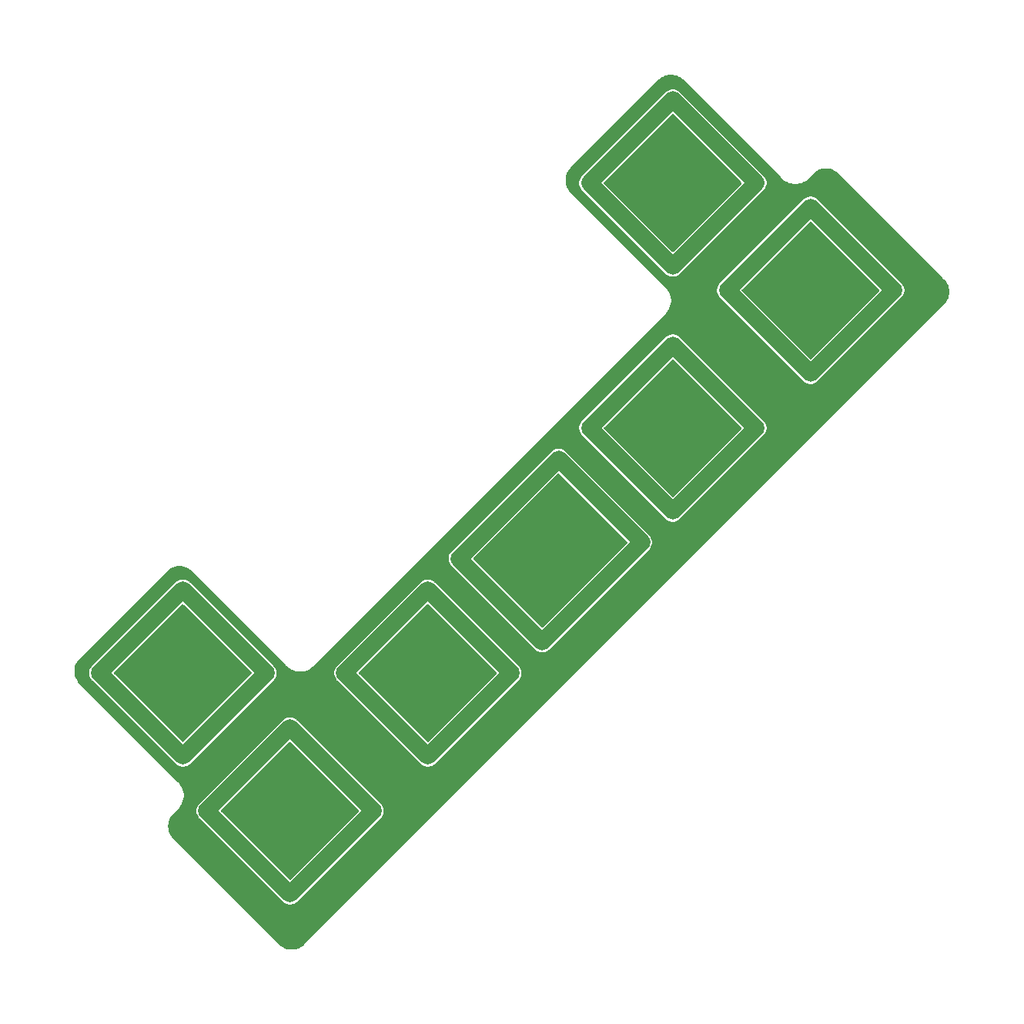
<source format=gtl>
G04 #@! TF.GenerationSoftware,KiCad,Pcbnew,8.0.5*
G04 #@! TF.CreationDate,2024-09-29T21:28:28+09:00*
G04 #@! TF.ProjectId,SandyLP_Plate_Base_Center,53616e64-794c-4505-9f50-6c6174655f42,v.0*
G04 #@! TF.SameCoordinates,Original*
G04 #@! TF.FileFunction,Copper,L1,Top*
G04 #@! TF.FilePolarity,Positive*
%FSLAX46Y46*%
G04 Gerber Fmt 4.6, Leading zero omitted, Abs format (unit mm)*
G04 Created by KiCad (PCBNEW 8.0.5) date 2024-09-29 21:28:28*
%MOMM*%
%LPD*%
G01*
G04 APERTURE LIST*
G04 Aperture macros list*
%AMRoundRect*
0 Rectangle with rounded corners*
0 $1 Rounding radius*
0 $2 $3 $4 $5 $6 $7 $8 $9 X,Y pos of 4 corners*
0 Add a 4 corners polygon primitive as box body*
4,1,4,$2,$3,$4,$5,$6,$7,$8,$9,$2,$3,0*
0 Add four circle primitives for the rounded corners*
1,1,$1+$1,$2,$3*
1,1,$1+$1,$4,$5*
1,1,$1+$1,$6,$7*
1,1,$1+$1,$8,$9*
0 Add four rect primitives between the rounded corners*
20,1,$1+$1,$2,$3,$4,$5,0*
20,1,$1+$1,$4,$5,$6,$7,0*
20,1,$1+$1,$6,$7,$8,$9,0*
20,1,$1+$1,$8,$9,$2,$3,0*%
G04 Aperture macros list end*
G04 #@! TA.AperFunction,WasherPad*
%ADD10RoundRect,0.900000X4.596201X-4.596187X-4.596187X4.596201X-4.596201X4.596187X4.596187X-4.596201X0*%
G04 #@! TD*
G04 #@! TA.AperFunction,WasherPad*
%ADD11RoundRect,0.900000X-4.596187X-4.596201X4.596201X4.596187X4.596187X4.596201X-4.596201X-4.596187X0*%
G04 #@! TD*
G04 #@! TA.AperFunction,WasherPad*
%ADD12RoundRect,0.900000X5.480070X5.480085X-5.480085X-5.480070X-5.480070X-5.480085X5.480085X5.480070X0*%
G04 #@! TD*
G04 APERTURE END LIST*
D10*
X191690292Y-76055295D03*
D11*
X191690292Y-66862907D03*
X200882680Y-76055295D03*
D10*
X200882680Y-66862907D03*
D12*
X172258113Y-104679861D03*
D10*
X162181841Y-105563745D03*
X173141997Y-94603589D03*
D12*
X163065725Y-95487473D03*
D10*
X122654573Y-118150246D03*
D11*
X122654573Y-108957858D03*
X131846961Y-118150246D03*
D10*
X131846961Y-108957858D03*
X134441159Y-133304428D03*
D11*
X134441159Y-124112040D03*
X143633547Y-133304428D03*
D10*
X143633547Y-124112040D03*
X149595341Y-118150246D03*
D11*
X149595341Y-108957858D03*
X158787729Y-118150246D03*
D10*
X158787729Y-108957858D03*
X176536110Y-91209477D03*
D11*
X176536110Y-82017089D03*
X185728498Y-91209477D03*
D10*
X185728498Y-82017089D03*
X176536110Y-64268709D03*
D11*
X176536110Y-55076321D03*
X185728498Y-64268709D03*
D10*
X185728498Y-55076321D03*
G04 #@! TA.AperFunction,NonConductor*
G36*
X181168139Y-47755136D02*
G01*
X181180964Y-47756824D01*
X181415148Y-47803404D01*
X181427641Y-47806751D01*
X181653749Y-47883499D01*
X181665700Y-47888450D01*
X181879839Y-47994046D01*
X181891053Y-48000520D01*
X181910343Y-48013408D01*
X182089584Y-48133165D01*
X182099845Y-48141039D01*
X182182259Y-48213308D01*
X182281789Y-48300587D01*
X182286520Y-48305017D01*
X193109591Y-59128089D01*
X193109604Y-59128105D01*
X193181852Y-59200348D01*
X193181866Y-59200358D01*
X193231287Y-59249774D01*
X193447139Y-59415388D01*
X193447141Y-59415389D01*
X193682756Y-59551410D01*
X193682758Y-59551411D01*
X193682760Y-59551412D01*
X193934120Y-59655521D01*
X194196917Y-59725932D01*
X194466656Y-59761441D01*
X194466658Y-59761441D01*
X194738720Y-59761441D01*
X194738722Y-59761441D01*
X195008461Y-59725932D01*
X195271258Y-59655521D01*
X195522618Y-59551412D01*
X195758239Y-59415388D01*
X195974091Y-59249774D01*
X196041289Y-59182582D01*
X196041296Y-59182578D01*
X196050151Y-59173723D01*
X196050157Y-59173719D01*
X196053905Y-59169971D01*
X196070287Y-59153590D01*
X196087634Y-59136244D01*
X196087634Y-59136243D01*
X196101550Y-59122328D01*
X196101556Y-59122318D01*
X196607183Y-58616690D01*
X196611883Y-58612289D01*
X196793852Y-58452721D01*
X196804116Y-58444846D01*
X197002651Y-58312199D01*
X197013852Y-58305732D01*
X197228003Y-58200131D01*
X197239944Y-58195184D01*
X197466061Y-58118432D01*
X197478546Y-58115088D01*
X197712735Y-58068507D01*
X197725557Y-58066820D01*
X197963816Y-58051205D01*
X197976754Y-58051205D01*
X198215010Y-58066820D01*
X198227836Y-58068508D01*
X198462019Y-58115087D01*
X198474512Y-58118434D01*
X198700620Y-58195182D01*
X198712571Y-58200133D01*
X198926710Y-58305729D01*
X198937924Y-58312203D01*
X199136448Y-58444843D01*
X199146721Y-58452725D01*
X199328678Y-58612283D01*
X199333409Y-58616714D01*
X200344285Y-59627570D01*
X210889263Y-70172342D01*
X210965527Y-70248604D01*
X210965538Y-70248617D01*
X210986234Y-70269311D01*
X210990662Y-70274038D01*
X211150233Y-70455972D01*
X211158118Y-70466246D01*
X211223709Y-70564398D01*
X211260248Y-70619078D01*
X211290779Y-70664765D01*
X211297255Y-70675981D01*
X211402864Y-70890117D01*
X211407820Y-70902082D01*
X211484572Y-71128168D01*
X211487924Y-71140678D01*
X211534506Y-71374844D01*
X211536197Y-71387684D01*
X211551812Y-71625936D01*
X211551812Y-71638887D01*
X211536193Y-71877140D01*
X211534502Y-71889981D01*
X211487917Y-72124146D01*
X211484565Y-72136655D01*
X211407808Y-72362747D01*
X211402851Y-72374712D01*
X211297241Y-72588840D01*
X211290765Y-72600056D01*
X211158102Y-72798573D01*
X211150217Y-72808847D01*
X210990355Y-72991107D01*
X210985927Y-72995834D01*
X210963037Y-73018720D01*
X210963021Y-73018740D01*
X140573969Y-143407792D01*
X140569237Y-143412223D01*
X140387281Y-143571779D01*
X140377007Y-143579662D01*
X140178482Y-143712301D01*
X140167268Y-143718775D01*
X139953128Y-143824369D01*
X139941165Y-143829324D01*
X139715078Y-143906065D01*
X139702569Y-143909416D01*
X139468401Y-143955991D01*
X139455563Y-143957681D01*
X139217317Y-143973295D01*
X139204369Y-143973295D01*
X138966125Y-143957681D01*
X138953286Y-143955991D01*
X138719115Y-143909414D01*
X138706608Y-143906063D01*
X138480522Y-143829323D01*
X138468558Y-143824368D01*
X138254418Y-143718774D01*
X138243204Y-143712300D01*
X138094657Y-143613053D01*
X138044678Y-143579660D01*
X138034406Y-143571779D01*
X137983892Y-143527484D01*
X137852442Y-143412216D01*
X137847710Y-143407785D01*
X126224040Y-131784115D01*
X126224037Y-131784110D01*
X126195057Y-131755131D01*
X126190629Y-131750404D01*
X126031057Y-131568461D01*
X126023173Y-131558187D01*
X125890515Y-131359665D01*
X125884040Y-131348450D01*
X125866047Y-131311967D01*
X125778434Y-131134316D01*
X125773478Y-131122352D01*
X125696724Y-130896260D01*
X125693372Y-130883751D01*
X125646787Y-130649569D01*
X125645099Y-130636756D01*
X125629480Y-130398482D01*
X125629480Y-130385544D01*
X125645096Y-130147279D01*
X125646783Y-130134459D01*
X125693367Y-129900267D01*
X125696718Y-129887763D01*
X125752505Y-129723424D01*
X125773469Y-129661666D01*
X125778418Y-129649718D01*
X125884031Y-129435562D01*
X125890496Y-129424365D01*
X126023170Y-129225814D01*
X126031025Y-129215577D01*
X126190340Y-129033922D01*
X126194738Y-129029227D01*
X126210118Y-129013849D01*
X126210118Y-129013848D01*
X126224036Y-128999931D01*
X126224040Y-128999925D01*
X126621122Y-128602843D01*
X128741265Y-128602843D01*
X128741265Y-128813625D01*
X128762615Y-128924398D01*
X128781156Y-129020597D01*
X128781158Y-129020601D01*
X128859491Y-129216270D01*
X128859499Y-129216285D01*
X128872451Y-129236438D01*
X128973452Y-129393599D01*
X129004943Y-129429080D01*
X138197331Y-138621468D01*
X138197330Y-138621468D01*
X138316499Y-138740636D01*
X138316507Y-138740644D01*
X138351988Y-138772135D01*
X138446618Y-138832950D01*
X138529301Y-138886087D01*
X138529316Y-138886095D01*
X138641126Y-138930856D01*
X138724991Y-138964431D01*
X138931962Y-139004322D01*
X138931965Y-139004322D01*
X139142741Y-139004322D01*
X139142744Y-139004322D01*
X139349715Y-138964431D01*
X139489722Y-138908380D01*
X139545389Y-138886095D01*
X139545391Y-138886093D01*
X139545398Y-138886091D01*
X139722718Y-138772135D01*
X139758199Y-138740644D01*
X149069763Y-129429080D01*
X149101254Y-129393599D01*
X149215210Y-129216279D01*
X149215497Y-129215564D01*
X149237499Y-129160603D01*
X149293550Y-129020596D01*
X149333441Y-128813625D01*
X149333441Y-128602843D01*
X149293550Y-128395872D01*
X149259975Y-128312007D01*
X149215214Y-128200197D01*
X149215206Y-128200182D01*
X149162069Y-128117499D01*
X149101254Y-128022869D01*
X149069763Y-127987388D01*
X149026709Y-127944334D01*
X148950587Y-127868211D01*
X148950587Y-127868212D01*
X139758199Y-118675824D01*
X139722718Y-118644333D01*
X139687343Y-118621599D01*
X139545404Y-118530380D01*
X139545389Y-118530372D01*
X139349720Y-118452039D01*
X139349716Y-118452037D01*
X139297972Y-118442064D01*
X139142744Y-118412146D01*
X138931962Y-118412146D01*
X138807779Y-118436080D01*
X138724989Y-118452037D01*
X138724985Y-118452039D01*
X138529316Y-118530372D01*
X138529301Y-118530380D01*
X138351992Y-118644330D01*
X138351990Y-118644331D01*
X138351988Y-118644333D01*
X138322529Y-118670478D01*
X138316508Y-118675823D01*
X129124119Y-127868212D01*
X129124118Y-127868211D01*
X129004950Y-127987380D01*
X129004943Y-127987388D01*
X128973452Y-128022869D01*
X128973450Y-128022871D01*
X128973449Y-128022873D01*
X128859499Y-128200182D01*
X128859491Y-128200197D01*
X128781158Y-128395866D01*
X128781156Y-128395870D01*
X128781156Y-128395872D01*
X128741265Y-128602843D01*
X126621122Y-128602843D01*
X126700674Y-128523291D01*
X126700680Y-128523287D01*
X126731939Y-128492027D01*
X126731938Y-128492027D01*
X126731944Y-128492022D01*
X126742561Y-128481405D01*
X126742562Y-128481401D01*
X126749509Y-128474455D01*
X126749729Y-128474183D01*
X126828105Y-128395805D01*
X126993720Y-128179956D01*
X127129746Y-127944338D01*
X127233857Y-127692982D01*
X127304270Y-127430187D01*
X127339782Y-127160450D01*
X127339784Y-126888386D01*
X127304277Y-126618648D01*
X127233868Y-126355852D01*
X127129762Y-126104494D01*
X126993740Y-125868874D01*
X126993736Y-125868869D01*
X126993734Y-125868865D01*
X126828132Y-125653025D01*
X126828127Y-125653019D01*
X126750712Y-125575598D01*
X126750702Y-125575585D01*
X126731945Y-125556827D01*
X126731945Y-125556828D01*
X126714599Y-125539481D01*
X126714597Y-125539480D01*
X115883381Y-114708265D01*
X115878954Y-114703537D01*
X115719383Y-114521581D01*
X115711512Y-114511324D01*
X115578851Y-114312784D01*
X115572387Y-114301589D01*
X115466777Y-114087434D01*
X115461828Y-114075487D01*
X115385077Y-113849385D01*
X115381730Y-113836896D01*
X115335146Y-113602703D01*
X115333457Y-113589869D01*
X115331109Y-113554052D01*
X115324202Y-113448661D01*
X116954679Y-113448661D01*
X116954679Y-113659443D01*
X116972312Y-113750928D01*
X116994570Y-113866415D01*
X116994572Y-113866419D01*
X117072905Y-114062088D01*
X117072913Y-114062103D01*
X117164132Y-114204042D01*
X117186866Y-114239417D01*
X117218357Y-114274898D01*
X126410745Y-123467286D01*
X126410744Y-123467286D01*
X126529913Y-123586454D01*
X126529921Y-123586462D01*
X126565402Y-123617953D01*
X126660032Y-123678768D01*
X126742715Y-123731905D01*
X126742730Y-123731913D01*
X126854540Y-123776674D01*
X126938405Y-123810249D01*
X127145376Y-123850140D01*
X127145379Y-123850140D01*
X127356155Y-123850140D01*
X127356158Y-123850140D01*
X127563129Y-123810249D01*
X127703136Y-123754198D01*
X127758803Y-123731913D01*
X127758805Y-123731911D01*
X127758812Y-123731909D01*
X127936132Y-123617953D01*
X127971613Y-123586462D01*
X137283177Y-114274898D01*
X137314668Y-114239417D01*
X137428624Y-114062097D01*
X137506964Y-113866414D01*
X137546855Y-113659443D01*
X137546855Y-113448661D01*
X143895447Y-113448661D01*
X143895447Y-113659443D01*
X143913080Y-113750928D01*
X143935338Y-113866415D01*
X143935340Y-113866419D01*
X144013673Y-114062088D01*
X144013681Y-114062103D01*
X144104900Y-114204042D01*
X144127634Y-114239417D01*
X144159125Y-114274898D01*
X153351513Y-123467286D01*
X153351512Y-123467286D01*
X153470681Y-123586454D01*
X153470689Y-123586462D01*
X153506170Y-123617953D01*
X153600800Y-123678768D01*
X153683483Y-123731905D01*
X153683498Y-123731913D01*
X153795308Y-123776674D01*
X153879173Y-123810249D01*
X154086144Y-123850140D01*
X154086147Y-123850140D01*
X154296923Y-123850140D01*
X154296926Y-123850140D01*
X154503897Y-123810249D01*
X154643904Y-123754198D01*
X154699571Y-123731913D01*
X154699573Y-123731911D01*
X154699580Y-123731909D01*
X154876900Y-123617953D01*
X154912381Y-123586462D01*
X164223945Y-114274898D01*
X164255436Y-114239417D01*
X164369392Y-114062097D01*
X164447732Y-113866414D01*
X164487623Y-113659443D01*
X164487623Y-113448661D01*
X164447732Y-113241690D01*
X164414157Y-113157825D01*
X164369396Y-113046015D01*
X164369388Y-113046000D01*
X164300861Y-112939370D01*
X164255436Y-112868687D01*
X164223945Y-112833206D01*
X164169538Y-112778799D01*
X164104769Y-112714029D01*
X164104769Y-112714030D01*
X154912381Y-103521642D01*
X154876900Y-103490151D01*
X154841525Y-103467417D01*
X154699586Y-103376198D01*
X154699571Y-103376190D01*
X154503902Y-103297857D01*
X154503898Y-103297855D01*
X154452154Y-103287882D01*
X154296926Y-103257964D01*
X154086144Y-103257964D01*
X153961961Y-103281898D01*
X153879171Y-103297855D01*
X153879167Y-103297857D01*
X153683498Y-103376190D01*
X153683483Y-103376198D01*
X153506174Y-103490148D01*
X153506172Y-103490149D01*
X153506170Y-103490151D01*
X153476711Y-103516296D01*
X153470690Y-103521641D01*
X144278301Y-112714030D01*
X144278300Y-112714029D01*
X144159132Y-112833198D01*
X144159125Y-112833206D01*
X144127634Y-112868687D01*
X144127632Y-112868689D01*
X144127631Y-112868691D01*
X144013681Y-113046000D01*
X144013673Y-113046015D01*
X143935340Y-113241684D01*
X143935338Y-113241688D01*
X143935338Y-113241690D01*
X143895447Y-113448661D01*
X137546855Y-113448661D01*
X137506964Y-113241690D01*
X137473389Y-113157825D01*
X137428628Y-113046015D01*
X137428620Y-113046000D01*
X137360093Y-112939370D01*
X137314668Y-112868687D01*
X137283177Y-112833206D01*
X137228770Y-112778799D01*
X137164001Y-112714029D01*
X137164001Y-112714030D01*
X127971613Y-103521642D01*
X127936132Y-103490151D01*
X127900757Y-103467417D01*
X127758818Y-103376198D01*
X127758803Y-103376190D01*
X127563134Y-103297857D01*
X127563130Y-103297855D01*
X127511386Y-103287882D01*
X127356158Y-103257964D01*
X127145376Y-103257964D01*
X127021193Y-103281898D01*
X126938403Y-103297855D01*
X126938399Y-103297857D01*
X126742730Y-103376190D01*
X126742715Y-103376198D01*
X126565406Y-103490148D01*
X126565404Y-103490149D01*
X126565402Y-103490151D01*
X126535943Y-103516296D01*
X126529922Y-103521641D01*
X117337533Y-112714030D01*
X117337532Y-112714029D01*
X117218364Y-112833198D01*
X117218357Y-112833206D01*
X117186866Y-112868687D01*
X117186864Y-112868689D01*
X117186863Y-112868691D01*
X117072913Y-113046000D01*
X117072905Y-113046015D01*
X116994572Y-113241684D01*
X116994570Y-113241688D01*
X116994570Y-113241690D01*
X116954679Y-113448661D01*
X115324202Y-113448661D01*
X115317842Y-113351618D01*
X115317842Y-113338674D01*
X115333458Y-113100422D01*
X115335148Y-113087590D01*
X115343418Y-113046015D01*
X115381730Y-112853406D01*
X115385077Y-112840914D01*
X115461832Y-112614802D01*
X115466777Y-112602867D01*
X115572392Y-112388701D01*
X115578848Y-112377519D01*
X115711518Y-112178965D01*
X115719372Y-112168730D01*
X115878993Y-111986718D01*
X115883387Y-111982026D01*
X125485203Y-102380211D01*
X125485209Y-102380207D01*
X125514181Y-102351234D01*
X125518898Y-102346815D01*
X125700858Y-102187230D01*
X125711120Y-102179355D01*
X125909665Y-102046684D01*
X125920845Y-102040228D01*
X126135010Y-101934608D01*
X126146950Y-101929662D01*
X126373052Y-101852906D01*
X126385561Y-101849555D01*
X126619742Y-101802971D01*
X126632571Y-101801282D01*
X126870829Y-101785666D01*
X126883767Y-101785666D01*
X127122020Y-101801282D01*
X127134854Y-101802971D01*
X127369035Y-101849555D01*
X127381543Y-101852906D01*
X127607635Y-101929658D01*
X127619592Y-101934611D01*
X127833740Y-102040223D01*
X127844940Y-102046689D01*
X128043465Y-102179347D01*
X128053737Y-102187229D01*
X128104274Y-102231552D01*
X128235682Y-102346802D01*
X128240409Y-102351230D01*
X128269378Y-102380200D01*
X128269392Y-102380212D01*
X138650631Y-112761451D01*
X138650632Y-112761453D01*
X138667979Y-112778799D01*
X138678597Y-112789417D01*
X138678598Y-112789418D01*
X138678597Y-112789418D01*
X138764168Y-112874983D01*
X138764172Y-112874987D01*
X138980023Y-113040610D01*
X139124212Y-113123854D01*
X139215642Y-113176640D01*
X139294044Y-113209114D01*
X139466989Y-113280749D01*
X139466994Y-113280750D01*
X139467003Y-113280754D01*
X139729802Y-113351169D01*
X139999543Y-113386680D01*
X139999544Y-113386680D01*
X140271612Y-113386680D01*
X140271613Y-113386680D01*
X140541354Y-113351169D01*
X140804153Y-113280754D01*
X140804163Y-113280749D01*
X140804166Y-113280749D01*
X140873984Y-113251829D01*
X141055514Y-113176640D01*
X141291134Y-113040609D01*
X141506984Y-112874987D01*
X141578634Y-112803339D01*
X141578638Y-112803337D01*
X141603177Y-112778800D01*
X141634442Y-112747535D01*
X141634446Y-112747528D01*
X153519814Y-100862160D01*
X156481947Y-100862160D01*
X156481947Y-101072942D01*
X156511865Y-101228170D01*
X156521838Y-101279914D01*
X156521840Y-101279918D01*
X156600173Y-101475587D01*
X156600181Y-101475602D01*
X156691400Y-101617541D01*
X156714134Y-101652916D01*
X156745625Y-101688397D01*
X166057189Y-110999961D01*
X166092670Y-111031452D01*
X166187300Y-111092267D01*
X166269983Y-111145404D01*
X166269998Y-111145412D01*
X166381808Y-111190173D01*
X166465673Y-111223748D01*
X166672644Y-111263639D01*
X166672647Y-111263639D01*
X166883423Y-111263639D01*
X166883426Y-111263639D01*
X167090397Y-111223748D01*
X167230404Y-111167697D01*
X167286071Y-111145412D01*
X167286073Y-111145410D01*
X167286080Y-111145408D01*
X167463400Y-111031452D01*
X167498881Y-110999961D01*
X167618057Y-110880785D01*
X167618057Y-110880784D01*
X167620206Y-110878636D01*
X167620234Y-110878605D01*
X178456857Y-100041982D01*
X178456888Y-100041954D01*
X178459037Y-100039805D01*
X178578213Y-99920629D01*
X178609704Y-99885148D01*
X178723660Y-99707828D01*
X178802000Y-99512145D01*
X178841891Y-99305174D01*
X178841891Y-99094392D01*
X178802000Y-98887421D01*
X178768425Y-98803556D01*
X178723664Y-98691746D01*
X178723656Y-98691731D01*
X178670519Y-98609048D01*
X178609704Y-98514418D01*
X178578213Y-98478937D01*
X169266649Y-89167373D01*
X169231168Y-89135882D01*
X169195793Y-89113148D01*
X169053854Y-89021929D01*
X169053839Y-89021921D01*
X168858170Y-88943588D01*
X168858166Y-88943586D01*
X168806422Y-88933613D01*
X168651194Y-88903695D01*
X168440412Y-88903695D01*
X168316229Y-88927629D01*
X168233439Y-88943586D01*
X168233435Y-88943588D01*
X168037766Y-89021921D01*
X168037751Y-89021929D01*
X167860442Y-89135879D01*
X167860440Y-89135880D01*
X167860438Y-89135882D01*
X167830424Y-89162520D01*
X167824949Y-89167380D01*
X167705780Y-89286548D01*
X167705781Y-89286549D01*
X167705773Y-89286557D01*
X156864809Y-100127521D01*
X156864801Y-100127529D01*
X156864800Y-100127528D01*
X156745632Y-100246697D01*
X156745625Y-100246705D01*
X156714134Y-100282186D01*
X156714132Y-100282188D01*
X156714131Y-100282190D01*
X156600181Y-100459499D01*
X156600173Y-100459514D01*
X156521840Y-100655183D01*
X156521838Y-100655187D01*
X156521838Y-100655189D01*
X156481947Y-100862160D01*
X153519814Y-100862160D01*
X167874081Y-86507892D01*
X170836216Y-86507892D01*
X170836216Y-86718674D01*
X170866134Y-86873902D01*
X170876107Y-86925646D01*
X170876109Y-86925650D01*
X170954442Y-87121319D01*
X170954450Y-87121334D01*
X171045669Y-87263273D01*
X171068403Y-87298648D01*
X171099894Y-87334129D01*
X180292282Y-96526517D01*
X180292281Y-96526517D01*
X180411450Y-96645685D01*
X180411458Y-96645693D01*
X180446939Y-96677184D01*
X180541569Y-96737999D01*
X180624252Y-96791136D01*
X180624267Y-96791144D01*
X180736077Y-96835905D01*
X180819942Y-96869480D01*
X181026913Y-96909371D01*
X181026916Y-96909371D01*
X181237692Y-96909371D01*
X181237695Y-96909371D01*
X181444666Y-96869480D01*
X181584673Y-96813429D01*
X181640340Y-96791144D01*
X181640342Y-96791142D01*
X181640349Y-96791140D01*
X181817669Y-96677184D01*
X181853150Y-96645693D01*
X191164714Y-87334129D01*
X191196205Y-87298648D01*
X191310161Y-87121328D01*
X191388501Y-86925645D01*
X191428392Y-86718674D01*
X191428392Y-86507892D01*
X191388501Y-86300921D01*
X191354926Y-86217056D01*
X191310165Y-86105246D01*
X191310157Y-86105231D01*
X191257020Y-86022548D01*
X191196205Y-85927918D01*
X191164714Y-85892437D01*
X191164706Y-85892429D01*
X191045538Y-85773260D01*
X191045538Y-85773261D01*
X181853150Y-76580873D01*
X181817669Y-76549382D01*
X181782294Y-76526648D01*
X181640355Y-76435429D01*
X181640340Y-76435421D01*
X181444671Y-76357088D01*
X181444667Y-76357086D01*
X181392923Y-76347113D01*
X181237695Y-76317195D01*
X181026913Y-76317195D01*
X180902730Y-76341129D01*
X180819940Y-76357086D01*
X180819936Y-76357088D01*
X180624267Y-76435421D01*
X180624252Y-76435429D01*
X180446943Y-76549379D01*
X180446941Y-76549380D01*
X180446939Y-76549382D01*
X180417480Y-76575527D01*
X180411459Y-76580872D01*
X171219070Y-85773261D01*
X171219069Y-85773260D01*
X171099901Y-85892429D01*
X171099894Y-85892437D01*
X171068403Y-85927918D01*
X171068401Y-85927920D01*
X171068400Y-85927922D01*
X170954450Y-86105231D01*
X170954442Y-86105246D01*
X170876109Y-86300915D01*
X170876107Y-86300919D01*
X170876107Y-86300921D01*
X170836216Y-86507892D01*
X167874081Y-86507892D01*
X180274912Y-74107061D01*
X180274989Y-74107022D01*
X180321712Y-74060299D01*
X180321712Y-74060300D01*
X180417904Y-73964107D01*
X180583530Y-73748256D01*
X180719565Y-73512634D01*
X180823681Y-73261271D01*
X180894098Y-72998468D01*
X180929609Y-72728723D01*
X180929607Y-72456650D01*
X180894092Y-72186905D01*
X180823673Y-71924104D01*
X180719553Y-71672742D01*
X180583515Y-71437121D01*
X180519510Y-71353710D01*
X185990398Y-71353710D01*
X185990398Y-71564492D01*
X186003489Y-71632413D01*
X186030289Y-71771464D01*
X186030291Y-71771468D01*
X186108624Y-71967137D01*
X186108632Y-71967152D01*
X186190530Y-72094587D01*
X186222585Y-72144466D01*
X186254076Y-72179947D01*
X195446464Y-81372335D01*
X195446463Y-81372335D01*
X195565632Y-81491503D01*
X195565640Y-81491511D01*
X195601121Y-81523002D01*
X195695751Y-81583817D01*
X195778434Y-81636954D01*
X195778449Y-81636962D01*
X195890259Y-81681723D01*
X195974124Y-81715298D01*
X196181095Y-81755189D01*
X196181098Y-81755189D01*
X196391874Y-81755189D01*
X196391877Y-81755189D01*
X196598848Y-81715298D01*
X196738855Y-81659247D01*
X196794522Y-81636962D01*
X196794524Y-81636960D01*
X196794531Y-81636958D01*
X196971851Y-81523002D01*
X197007332Y-81491511D01*
X206318896Y-72179947D01*
X206350387Y-72144466D01*
X206464343Y-71967146D01*
X206481575Y-71924104D01*
X206500376Y-71877140D01*
X206542683Y-71771463D01*
X206582574Y-71564492D01*
X206582574Y-71353710D01*
X206542683Y-71146739D01*
X206509108Y-71062874D01*
X206464347Y-70951064D01*
X206464339Y-70951049D01*
X206411202Y-70868366D01*
X206350387Y-70773736D01*
X206318896Y-70738255D01*
X206293105Y-70712464D01*
X206199720Y-70619078D01*
X206199720Y-70619079D01*
X197007332Y-61426691D01*
X196971851Y-61395200D01*
X196936476Y-61372466D01*
X196794537Y-61281247D01*
X196794522Y-61281239D01*
X196598853Y-61202906D01*
X196598849Y-61202904D01*
X196547105Y-61192931D01*
X196391877Y-61163013D01*
X196181095Y-61163013D01*
X196056912Y-61186947D01*
X195974122Y-61202904D01*
X195974118Y-61202906D01*
X195778449Y-61281239D01*
X195778434Y-61281247D01*
X195601125Y-61395197D01*
X195601123Y-61395198D01*
X195601121Y-61395200D01*
X195571662Y-61421345D01*
X195565641Y-61426690D01*
X186373252Y-70619079D01*
X186373251Y-70619078D01*
X186254083Y-70738247D01*
X186254076Y-70738255D01*
X186222585Y-70773736D01*
X186222583Y-70773738D01*
X186222582Y-70773740D01*
X186108632Y-70951049D01*
X186108624Y-70951064D01*
X186030291Y-71146733D01*
X186030289Y-71146737D01*
X186014891Y-71226629D01*
X185990398Y-71353710D01*
X180519510Y-71353710D01*
X180417886Y-71221273D01*
X180321693Y-71125081D01*
X180318947Y-71122335D01*
X169894148Y-60697536D01*
X169889717Y-60692804D01*
X169730149Y-60510837D01*
X169722267Y-60500564D01*
X169589629Y-60302043D01*
X169583155Y-60290828D01*
X169477560Y-60076689D01*
X169472606Y-60064732D01*
X169395859Y-59838628D01*
X169392512Y-59826135D01*
X169345933Y-59591952D01*
X169344245Y-59579126D01*
X169343458Y-59567124D01*
X170836216Y-59567124D01*
X170836216Y-59777906D01*
X170847921Y-59838635D01*
X170876107Y-59984878D01*
X170876109Y-59984882D01*
X170954442Y-60180551D01*
X170954450Y-60180566D01*
X171032519Y-60302043D01*
X171068403Y-60357880D01*
X171099894Y-60393361D01*
X180292282Y-69585749D01*
X180292281Y-69585749D01*
X180411450Y-69704917D01*
X180411458Y-69704925D01*
X180446939Y-69736416D01*
X180541569Y-69797231D01*
X180624252Y-69850368D01*
X180624267Y-69850376D01*
X180736077Y-69895137D01*
X180819942Y-69928712D01*
X181026913Y-69968603D01*
X181026916Y-69968603D01*
X181237692Y-69968603D01*
X181237695Y-69968603D01*
X181444666Y-69928712D01*
X181584673Y-69872661D01*
X181640340Y-69850376D01*
X181640342Y-69850374D01*
X181640349Y-69850372D01*
X181817669Y-69736416D01*
X181853150Y-69704925D01*
X191164714Y-60393361D01*
X191196205Y-60357880D01*
X191310161Y-60180560D01*
X191388501Y-59984877D01*
X191428392Y-59777906D01*
X191428392Y-59567124D01*
X191388501Y-59360153D01*
X191344311Y-59249771D01*
X191310165Y-59164478D01*
X191310157Y-59164463D01*
X191230836Y-59041037D01*
X191196205Y-58987150D01*
X191164714Y-58951669D01*
X191141673Y-58928628D01*
X191045538Y-58832492D01*
X191045538Y-58832493D01*
X181853150Y-49640105D01*
X181817669Y-49608614D01*
X181782294Y-49585880D01*
X181640355Y-49494661D01*
X181640340Y-49494653D01*
X181444671Y-49416320D01*
X181444667Y-49416318D01*
X181392923Y-49406345D01*
X181237695Y-49376427D01*
X181026913Y-49376427D01*
X180902730Y-49400361D01*
X180819940Y-49416318D01*
X180819936Y-49416320D01*
X180624267Y-49494653D01*
X180624252Y-49494661D01*
X180446943Y-49608611D01*
X180446941Y-49608612D01*
X180446939Y-49608614D01*
X180417480Y-49634759D01*
X180411459Y-49640104D01*
X171219070Y-58832493D01*
X171219069Y-58832492D01*
X171099901Y-58951661D01*
X171099894Y-58951669D01*
X171068403Y-58987150D01*
X171068401Y-58987152D01*
X171068400Y-58987154D01*
X170954450Y-59164463D01*
X170954442Y-59164478D01*
X170876109Y-59360147D01*
X170876107Y-59360151D01*
X170876107Y-59360153D01*
X170836216Y-59567124D01*
X169343458Y-59567124D01*
X169328630Y-59340870D01*
X169328630Y-59327927D01*
X169333752Y-59249774D01*
X169344245Y-59089673D01*
X169345932Y-59076851D01*
X169392512Y-58842665D01*
X169395862Y-58830164D01*
X169451642Y-58665830D01*
X169472606Y-58604066D01*
X169477558Y-58592114D01*
X169583154Y-58377973D01*
X169589624Y-58366764D01*
X169722269Y-58168232D01*
X169730148Y-58157964D01*
X169764810Y-58118436D01*
X169889697Y-57976015D01*
X169894100Y-57971314D01*
X179560298Y-48305025D01*
X179564998Y-48300623D01*
X179746989Y-48141033D01*
X179757235Y-48133171D01*
X179955779Y-48000517D01*
X179966980Y-47994050D01*
X180181131Y-47888449D01*
X180193072Y-47883502D01*
X180419189Y-47806749D01*
X180431674Y-47803405D01*
X180665864Y-47756823D01*
X180678685Y-47755136D01*
X180916945Y-47739521D01*
X180929883Y-47739521D01*
X181168139Y-47755136D01*
G37*
G04 #@! TD.AperFunction*
G04 #@! TA.AperFunction,NonConductor*
G36*
X181177249Y-52092793D02*
G01*
X181202308Y-52110999D01*
X188693820Y-59602511D01*
X188721597Y-59657028D01*
X188712026Y-59717460D01*
X188693820Y-59742519D01*
X181202308Y-67234031D01*
X181147791Y-67261808D01*
X181087359Y-67252237D01*
X181062300Y-67234031D01*
X173570788Y-59742519D01*
X173543011Y-59688002D01*
X173552582Y-59627570D01*
X173570788Y-59602511D01*
X181062300Y-52110999D01*
X181116817Y-52083222D01*
X181177249Y-52092793D01*
G37*
G04 #@! TD.AperFunction*
G04 #@! TA.AperFunction,NonConductor*
G36*
X196331431Y-63879379D02*
G01*
X196356490Y-63897585D01*
X203848002Y-71389097D01*
X203875779Y-71443614D01*
X203866208Y-71504046D01*
X203848002Y-71529105D01*
X196356490Y-79020617D01*
X196301973Y-79048394D01*
X196241541Y-79038823D01*
X196216482Y-79020617D01*
X188724970Y-71529105D01*
X188697193Y-71474588D01*
X188706764Y-71414156D01*
X188724970Y-71389097D01*
X196216482Y-63897585D01*
X196270999Y-63869808D01*
X196331431Y-63879379D01*
G37*
G04 #@! TD.AperFunction*
G04 #@! TA.AperFunction,NonConductor*
G36*
X181177249Y-79033561D02*
G01*
X181202308Y-79051767D01*
X188693820Y-86543279D01*
X188721597Y-86597796D01*
X188712026Y-86658228D01*
X188693820Y-86683287D01*
X181202308Y-94174799D01*
X181147791Y-94202576D01*
X181087359Y-94193005D01*
X181062300Y-94174799D01*
X173570788Y-86683287D01*
X173543011Y-86628770D01*
X173552582Y-86568338D01*
X173570788Y-86543279D01*
X181062300Y-79051767D01*
X181116817Y-79023990D01*
X181177249Y-79033561D01*
G37*
G04 #@! TD.AperFunction*
G04 #@! TA.AperFunction,NonConductor*
G36*
X168590747Y-91620060D02*
G01*
X168615806Y-91638266D01*
X176107319Y-99129779D01*
X176135096Y-99184296D01*
X176125525Y-99244728D01*
X176107319Y-99269787D01*
X166848039Y-108529067D01*
X166793522Y-108556844D01*
X166733090Y-108547273D01*
X166708031Y-108529067D01*
X159216518Y-101037554D01*
X159188741Y-100983037D01*
X159198312Y-100922605D01*
X159216518Y-100897546D01*
X168475798Y-91638266D01*
X168530315Y-91610489D01*
X168590747Y-91620060D01*
G37*
G04 #@! TD.AperFunction*
G04 #@! TA.AperFunction,NonConductor*
G36*
X154236480Y-105974330D02*
G01*
X154261539Y-105992536D01*
X161753051Y-113484048D01*
X161780828Y-113538565D01*
X161771257Y-113598997D01*
X161753051Y-113624056D01*
X154261539Y-121115568D01*
X154207022Y-121143345D01*
X154146590Y-121133774D01*
X154121531Y-121115568D01*
X146630019Y-113624056D01*
X146602242Y-113569539D01*
X146611813Y-113509107D01*
X146630019Y-113484048D01*
X154121531Y-105992536D01*
X154176048Y-105964759D01*
X154236480Y-105974330D01*
G37*
G04 #@! TD.AperFunction*
G04 #@! TA.AperFunction,NonConductor*
G36*
X127295712Y-105974330D02*
G01*
X127320771Y-105992536D01*
X134812283Y-113484048D01*
X134840060Y-113538565D01*
X134830489Y-113598997D01*
X134812283Y-113624056D01*
X127320771Y-121115568D01*
X127266254Y-121143345D01*
X127205822Y-121133774D01*
X127180763Y-121115568D01*
X119689251Y-113624056D01*
X119661474Y-113569539D01*
X119671045Y-113509107D01*
X119689251Y-113484048D01*
X127180763Y-105992536D01*
X127235280Y-105964759D01*
X127295712Y-105974330D01*
G37*
G04 #@! TD.AperFunction*
G04 #@! TA.AperFunction,NonConductor*
G36*
X139082298Y-121128512D02*
G01*
X139107357Y-121146718D01*
X146598869Y-128638230D01*
X146626646Y-128692747D01*
X146617075Y-128753179D01*
X146598869Y-128778238D01*
X139107357Y-136269750D01*
X139052840Y-136297527D01*
X138992408Y-136287956D01*
X138967349Y-136269750D01*
X131475837Y-128778238D01*
X131448060Y-128723721D01*
X131457631Y-128663289D01*
X131475837Y-128638230D01*
X138967349Y-121146718D01*
X139021866Y-121118941D01*
X139082298Y-121128512D01*
G37*
G04 #@! TD.AperFunction*
M02*

</source>
